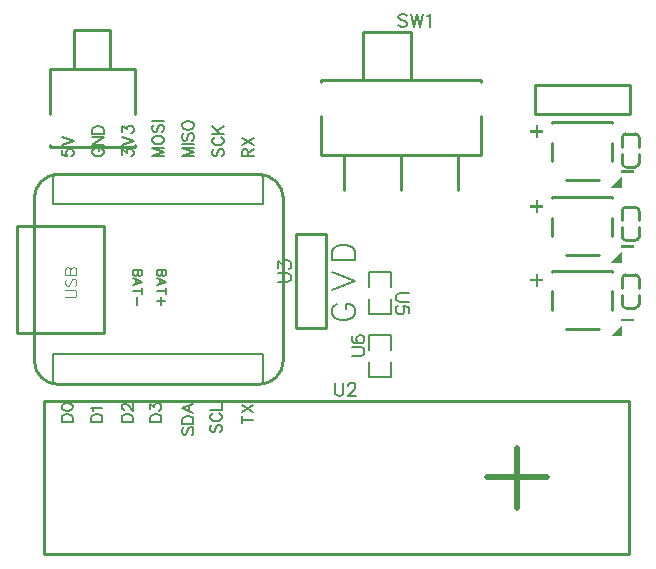
<source format=gto>
G04 Layer: TopSilkscreenLayer*
G04 EasyEDA v6.5.44, 2024-08-02 20:28:38*
G04 0ec6a3b83b7b46f2a54e004fb1c0c9c6,2d99afecd3cb4a319326ca3d9e85512b,10*
G04 Gerber Generator version 0.2*
G04 Scale: 100 percent, Rotated: No, Reflected: No *
G04 Dimensions in millimeters *
G04 leading zeros omitted , absolute positions ,4 integer and 5 decimal *
%FSLAX45Y45*%
%MOMM*%

%ADD10C,0.2032*%
%ADD11C,0.1524*%
%ADD12C,0.1219*%
%ADD13C,0.1500*%
%ADD14C,0.2540*%
%ADD15C,0.1270*%
%ADD16C,0.5000*%
%ADD17C,0.0174*%

%LPD*%
D10*
X3295650Y7275829D02*
G01*
X3277108Y7266686D01*
X3258565Y7248144D01*
X3249422Y7229855D01*
X3249422Y7192771D01*
X3258565Y7174229D01*
X3277108Y7155942D01*
X3295650Y7146544D01*
X3323336Y7137400D01*
X3369309Y7137400D01*
X3397250Y7146544D01*
X3415538Y7155942D01*
X3434079Y7174229D01*
X3443224Y7192771D01*
X3443224Y7229855D01*
X3434079Y7248144D01*
X3415538Y7266686D01*
X3397250Y7275829D01*
X3369309Y7275829D01*
X3369309Y7229855D02*
G01*
X3369309Y7275829D01*
X3249422Y7391400D02*
G01*
X3443224Y7465313D01*
X3249422Y7539228D02*
G01*
X3443224Y7465313D01*
X3249422Y7645400D02*
G01*
X3443224Y7645400D01*
X3249422Y7645400D02*
G01*
X3249422Y7710170D01*
X3258565Y7737855D01*
X3277108Y7756144D01*
X3295650Y7765542D01*
X3323336Y7774686D01*
X3369309Y7774686D01*
X3397250Y7765542D01*
X3415538Y7756144D01*
X3434079Y7737855D01*
X3443224Y7710170D01*
X3443224Y7645400D01*
D11*
X3899915Y7366000D02*
G01*
X3821938Y7366000D01*
X3806443Y7360920D01*
X3796029Y7350505D01*
X3790950Y7334758D01*
X3790950Y7324344D01*
X3796029Y7308850D01*
X3806443Y7298436D01*
X3821938Y7293355D01*
X3899915Y7293355D01*
X3899915Y7196581D02*
G01*
X3899915Y7248652D01*
X3853179Y7253731D01*
X3858259Y7248652D01*
X3863593Y7232904D01*
X3863593Y7217410D01*
X3858259Y7201915D01*
X3848100Y7191502D01*
X3832352Y7186168D01*
X3821938Y7186168D01*
X3806443Y7191502D01*
X3796029Y7201915D01*
X3790950Y7217410D01*
X3790950Y7232904D01*
X3796029Y7248652D01*
X3801109Y7253731D01*
X3811524Y7259065D01*
X3415284Y6832600D02*
G01*
X3493261Y6832600D01*
X3508756Y6837679D01*
X3519170Y6848094D01*
X3524250Y6863842D01*
X3524250Y6874255D01*
X3519170Y6889750D01*
X3508756Y6900163D01*
X3493261Y6905244D01*
X3415284Y6905244D01*
X3430777Y7002018D02*
G01*
X3420363Y6996684D01*
X3415284Y6981189D01*
X3415284Y6970776D01*
X3420363Y6955281D01*
X3436111Y6944868D01*
X3462020Y6939534D01*
X3487927Y6939534D01*
X3508756Y6944868D01*
X3519170Y6955281D01*
X3524250Y6970776D01*
X3524250Y6976110D01*
X3519170Y6991604D01*
X3508756Y7002018D01*
X3493261Y7007097D01*
X3487927Y7007097D01*
X3472434Y7002018D01*
X3462020Y6991604D01*
X3456940Y6976110D01*
X3456940Y6970776D01*
X3462020Y6955281D01*
X3472434Y6944868D01*
X3487927Y6939534D01*
X3885232Y9711926D02*
G01*
X3874818Y9722340D01*
X3859324Y9727420D01*
X3838496Y9727420D01*
X3823002Y9722340D01*
X3812588Y9711926D01*
X3812588Y9701512D01*
X3817668Y9691098D01*
X3823002Y9685764D01*
X3833416Y9680684D01*
X3864658Y9670270D01*
X3874818Y9665190D01*
X3880152Y9659856D01*
X3885232Y9649442D01*
X3885232Y9633948D01*
X3874818Y9623534D01*
X3859324Y9618454D01*
X3838496Y9618454D01*
X3823002Y9623534D01*
X3812588Y9633948D01*
X3919522Y9727420D02*
G01*
X3945684Y9618454D01*
X3971592Y9727420D02*
G01*
X3945684Y9618454D01*
X3971592Y9727420D02*
G01*
X3997500Y9618454D01*
X4023408Y9727420D02*
G01*
X3997500Y9618454D01*
X4057698Y9706592D02*
G01*
X4068112Y9711926D01*
X4083860Y9727420D01*
X4083860Y9618454D01*
D12*
X989584Y7327900D02*
G01*
X1058926Y7327900D01*
X1072895Y7332471D01*
X1082039Y7341870D01*
X1086612Y7355586D01*
X1086612Y7364729D01*
X1082039Y7378700D01*
X1072895Y7387844D01*
X1058926Y7392670D01*
X989584Y7392670D01*
X1003554Y7487665D02*
G01*
X994410Y7478521D01*
X989584Y7464552D01*
X989584Y7446010D01*
X994410Y7432294D01*
X1003554Y7423150D01*
X1012697Y7423150D01*
X1022095Y7427721D01*
X1026668Y7432294D01*
X1031239Y7441437D01*
X1040384Y7469123D01*
X1045210Y7478521D01*
X1049781Y7483094D01*
X1058926Y7487665D01*
X1072895Y7487665D01*
X1082039Y7478521D01*
X1086612Y7464552D01*
X1086612Y7446010D01*
X1082039Y7432294D01*
X1072895Y7423150D01*
X989584Y7518145D02*
G01*
X1086612Y7518145D01*
X989584Y7518145D02*
G01*
X989584Y7559802D01*
X994410Y7573518D01*
X998981Y7578089D01*
X1008126Y7582915D01*
X1017270Y7582915D01*
X1026668Y7578089D01*
X1031239Y7573518D01*
X1035812Y7559802D01*
X1035812Y7518145D02*
G01*
X1035812Y7559802D01*
X1040384Y7573518D01*
X1045210Y7578089D01*
X1054354Y7582915D01*
X1068070Y7582915D01*
X1077468Y7578089D01*
X1082039Y7573518D01*
X1086612Y7559802D01*
X1086612Y7518145D01*
D13*
X1993468Y6230203D02*
G01*
X1984324Y6221059D01*
X1980006Y6207343D01*
X1980006Y6189309D01*
X1984324Y6175593D01*
X1993468Y6166449D01*
X2002612Y6166449D01*
X2011756Y6171021D01*
X2016328Y6175593D01*
X2020900Y6184737D01*
X2029790Y6211915D01*
X2034362Y6221059D01*
X2038934Y6225631D01*
X2048078Y6230203D01*
X2061794Y6230203D01*
X2070684Y6221059D01*
X2075256Y6207343D01*
X2075256Y6189309D01*
X2070684Y6175593D01*
X2061794Y6166449D01*
X1980006Y6260175D02*
G01*
X2075256Y6260175D01*
X1980006Y6260175D02*
G01*
X1980006Y6291925D01*
X1984324Y6305641D01*
X1993468Y6314785D01*
X2002612Y6319103D01*
X2016328Y6323675D01*
X2038934Y6323675D01*
X2052650Y6319103D01*
X2061794Y6314785D01*
X2070684Y6305641D01*
X2075256Y6291925D01*
X2075256Y6260175D01*
X1980006Y6390223D02*
G01*
X2075256Y6353647D01*
X1980006Y6390223D02*
G01*
X2075256Y6426545D01*
X2043506Y6367363D02*
G01*
X2043506Y6412829D01*
X2233564Y6250015D02*
G01*
X2224420Y6241125D01*
X2219848Y6227409D01*
X2219848Y6209121D01*
X2224420Y6195659D01*
X2233564Y6186515D01*
X2242708Y6186515D01*
X2251598Y6191087D01*
X2256170Y6195659D01*
X2260742Y6204549D01*
X2269886Y6231981D01*
X2274458Y6241125D01*
X2279030Y6245697D01*
X2288174Y6250015D01*
X2301636Y6250015D01*
X2310780Y6241125D01*
X2315352Y6227409D01*
X2315352Y6209121D01*
X2310780Y6195659D01*
X2301636Y6186515D01*
X2242708Y6348313D02*
G01*
X2233564Y6343741D01*
X2224420Y6334597D01*
X2219848Y6325707D01*
X2219848Y6307419D01*
X2224420Y6298275D01*
X2233564Y6289131D01*
X2242708Y6284559D01*
X2256170Y6280241D01*
X2279030Y6280241D01*
X2292746Y6284559D01*
X2301636Y6289131D01*
X2310780Y6298275D01*
X2315352Y6307419D01*
X2315352Y6325707D01*
X2310780Y6334597D01*
X2301636Y6343741D01*
X2292746Y6348313D01*
X2219848Y6378285D02*
G01*
X2315352Y6378285D01*
X2315352Y6378285D02*
G01*
X2315352Y6432895D01*
X2489893Y6292910D02*
G01*
X2585349Y6292910D01*
X2489893Y6261092D02*
G01*
X2489893Y6324729D01*
X2489893Y6354729D02*
G01*
X2585349Y6418364D01*
X2489893Y6418364D02*
G01*
X2585349Y6354729D01*
X1709910Y6276449D02*
G01*
X1805414Y6276449D01*
X1709910Y6276449D02*
G01*
X1709910Y6308199D01*
X1714482Y6321915D01*
X1723626Y6331059D01*
X1732516Y6335631D01*
X1746232Y6340203D01*
X1769092Y6340203D01*
X1782554Y6335631D01*
X1791698Y6331059D01*
X1800842Y6321915D01*
X1805414Y6308199D01*
X1805414Y6276449D01*
X1709910Y6379319D02*
G01*
X1709910Y6429103D01*
X1746232Y6401925D01*
X1746232Y6415641D01*
X1750804Y6424785D01*
X1755376Y6429103D01*
X1769092Y6433675D01*
X1777982Y6433675D01*
X1791698Y6429103D01*
X1800842Y6420213D01*
X1805414Y6406497D01*
X1805414Y6392781D01*
X1800842Y6379319D01*
X1796270Y6374747D01*
X1787126Y6370175D01*
X1469895Y6276492D02*
G01*
X1565351Y6276492D01*
X1469895Y6276492D02*
G01*
X1469895Y6308310D01*
X1474442Y6321945D01*
X1483532Y6331038D01*
X1492623Y6335582D01*
X1506258Y6340129D01*
X1528986Y6340129D01*
X1542623Y6335582D01*
X1551713Y6331038D01*
X1560804Y6321945D01*
X1565351Y6308310D01*
X1565351Y6276492D01*
X1492623Y6374673D02*
G01*
X1488076Y6374673D01*
X1478986Y6379220D01*
X1474442Y6383764D01*
X1469895Y6392854D01*
X1469895Y6411038D01*
X1474442Y6420129D01*
X1478986Y6424673D01*
X1488076Y6429220D01*
X1497167Y6429220D01*
X1506258Y6424673D01*
X1519895Y6415582D01*
X1565351Y6370129D01*
X1565351Y6433764D01*
X959896Y6276492D02*
G01*
X1055352Y6276492D01*
X959896Y6276492D02*
G01*
X959896Y6308310D01*
X964443Y6321945D01*
X973533Y6331038D01*
X982624Y6335582D01*
X996259Y6340129D01*
X1018987Y6340129D01*
X1032624Y6335582D01*
X1041714Y6331038D01*
X1050805Y6321945D01*
X1055352Y6308310D01*
X1055352Y6276492D01*
X959896Y6397401D02*
G01*
X964443Y6383764D01*
X978077Y6374673D01*
X1000805Y6370129D01*
X1014442Y6370129D01*
X1037168Y6374673D01*
X1050805Y6383764D01*
X1055352Y6397401D01*
X1055352Y6406492D01*
X1050805Y6420129D01*
X1037168Y6429220D01*
X1014442Y6433764D01*
X1000805Y6433764D01*
X978077Y6429220D01*
X964443Y6420129D01*
X959896Y6406492D01*
X959896Y6397401D01*
X1209916Y6276573D02*
G01*
X1305420Y6276573D01*
X1209916Y6276573D02*
G01*
X1209916Y6308323D01*
X1214488Y6322039D01*
X1223632Y6330929D01*
X1232522Y6335501D01*
X1246238Y6340073D01*
X1269098Y6340073D01*
X1282560Y6335501D01*
X1291704Y6330929D01*
X1300848Y6322039D01*
X1305420Y6308323D01*
X1305420Y6276573D01*
X1228204Y6370045D02*
G01*
X1223632Y6379189D01*
X1209916Y6392905D01*
X1305420Y6392905D01*
X1981961Y8521700D02*
G01*
X2077465Y8521700D01*
X1981961Y8521700D02*
G01*
X2077465Y8558021D01*
X1981961Y8594344D02*
G01*
X2077465Y8558021D01*
X1981961Y8594344D02*
G01*
X2077465Y8594344D01*
X1981961Y8624315D02*
G01*
X2077465Y8624315D01*
X1995424Y8718042D02*
G01*
X1986534Y8708897D01*
X1981961Y8695436D01*
X1981961Y8677147D01*
X1986534Y8663431D01*
X1995424Y8654542D01*
X2004568Y8654542D01*
X2013711Y8658860D01*
X2018284Y8663431D01*
X2022856Y8672576D01*
X2032000Y8700008D01*
X2036318Y8708897D01*
X2040890Y8713470D01*
X2050034Y8718042D01*
X2063750Y8718042D01*
X2072893Y8708897D01*
X2077465Y8695436D01*
X2077465Y8677147D01*
X2072893Y8663431D01*
X2063750Y8654542D01*
X1981961Y8775445D02*
G01*
X1986534Y8766302D01*
X1995424Y8757158D01*
X2004568Y8752586D01*
X2018284Y8748013D01*
X2040890Y8748013D01*
X2054606Y8752586D01*
X2063750Y8757158D01*
X2072893Y8766302D01*
X2077465Y8775445D01*
X2077465Y8793479D01*
X2072893Y8802624D01*
X2063750Y8811768D01*
X2054606Y8816339D01*
X2040890Y8820912D01*
X2018284Y8820912D01*
X2004568Y8816339D01*
X1995424Y8811768D01*
X1986534Y8802624D01*
X1981961Y8793479D01*
X1981961Y8775445D01*
X2249424Y8585454D02*
G01*
X2240534Y8576310D01*
X2235961Y8562594D01*
X2235961Y8544305D01*
X2240534Y8530844D01*
X2249424Y8521700D01*
X2258568Y8521700D01*
X2267711Y8526271D01*
X2272284Y8530844D01*
X2276856Y8539987D01*
X2286000Y8567165D01*
X2290318Y8576310D01*
X2294890Y8580881D01*
X2304034Y8585454D01*
X2317750Y8585454D01*
X2326893Y8576310D01*
X2331465Y8562594D01*
X2331465Y8544305D01*
X2326893Y8530844D01*
X2317750Y8521700D01*
X2258568Y8683497D02*
G01*
X2249424Y8678926D01*
X2240534Y8669781D01*
X2235961Y8660892D01*
X2235961Y8642604D01*
X2240534Y8633460D01*
X2249424Y8624315D01*
X2258568Y8619997D01*
X2272284Y8615426D01*
X2294890Y8615426D01*
X2308606Y8619997D01*
X2317750Y8624315D01*
X2326893Y8633460D01*
X2331465Y8642604D01*
X2331465Y8660892D01*
X2326893Y8669781D01*
X2317750Y8678926D01*
X2308606Y8683497D01*
X2235961Y8713470D02*
G01*
X2331465Y8713470D01*
X2235961Y8777224D02*
G01*
X2299461Y8713470D01*
X2276856Y8736329D02*
G01*
X2331465Y8777224D01*
X2489961Y8521700D02*
G01*
X2585465Y8521700D01*
X2489961Y8521700D02*
G01*
X2489961Y8562594D01*
X2494534Y8576310D01*
X2499106Y8580881D01*
X2507995Y8585454D01*
X2517140Y8585454D01*
X2526284Y8580881D01*
X2530856Y8576310D01*
X2535427Y8562594D01*
X2535427Y8521700D01*
X2535427Y8553450D02*
G01*
X2585465Y8585454D01*
X2489961Y8615426D02*
G01*
X2585465Y8678926D01*
X2489961Y8678926D02*
G01*
X2585465Y8615426D01*
X1727962Y8521700D02*
G01*
X1823465Y8521700D01*
X1727962Y8521700D02*
G01*
X1823465Y8558021D01*
X1727962Y8594344D02*
G01*
X1823465Y8558021D01*
X1727962Y8594344D02*
G01*
X1823465Y8594344D01*
X1727962Y8651747D02*
G01*
X1732534Y8642604D01*
X1741423Y8633460D01*
X1750568Y8628887D01*
X1764284Y8624315D01*
X1786889Y8624315D01*
X1800605Y8628887D01*
X1809750Y8633460D01*
X1818894Y8642604D01*
X1823465Y8651747D01*
X1823465Y8669781D01*
X1818894Y8678926D01*
X1809750Y8688070D01*
X1800605Y8692642D01*
X1786889Y8697213D01*
X1764284Y8697213D01*
X1750568Y8692642D01*
X1741423Y8688070D01*
X1732534Y8678926D01*
X1727962Y8669781D01*
X1727962Y8651747D01*
X1741423Y8790686D02*
G01*
X1732534Y8781795D01*
X1727962Y8768079D01*
X1727962Y8749792D01*
X1732534Y8736329D01*
X1741423Y8727186D01*
X1750568Y8727186D01*
X1759712Y8731758D01*
X1764284Y8736329D01*
X1768855Y8745220D01*
X1778000Y8772652D01*
X1782318Y8781795D01*
X1786889Y8786368D01*
X1796034Y8790686D01*
X1809750Y8790686D01*
X1818894Y8781795D01*
X1823465Y8768079D01*
X1823465Y8749792D01*
X1818894Y8736329D01*
X1809750Y8727186D01*
X1727962Y8820912D02*
G01*
X1823465Y8820912D01*
X1473962Y8530844D02*
G01*
X1473962Y8580881D01*
X1510284Y8553450D01*
X1510284Y8567165D01*
X1514855Y8576310D01*
X1519428Y8580881D01*
X1532889Y8585454D01*
X1542034Y8585454D01*
X1555750Y8580881D01*
X1564894Y8571737D01*
X1569465Y8558021D01*
X1569465Y8544305D01*
X1564894Y8530844D01*
X1560321Y8526271D01*
X1551178Y8521700D01*
X1473962Y8615426D02*
G01*
X1569465Y8651747D01*
X1473962Y8688070D02*
G01*
X1569465Y8651747D01*
X1473962Y8727186D02*
G01*
X1473962Y8777224D01*
X1510284Y8749792D01*
X1510284Y8763508D01*
X1514855Y8772652D01*
X1519428Y8777224D01*
X1532889Y8781795D01*
X1542034Y8781795D01*
X1555750Y8777224D01*
X1564894Y8768079D01*
X1569465Y8754363D01*
X1569465Y8740902D01*
X1564894Y8727186D01*
X1560321Y8722613D01*
X1551178Y8718042D01*
X965962Y8576310D02*
G01*
X965962Y8530844D01*
X1006855Y8526271D01*
X1002284Y8530844D01*
X997712Y8544305D01*
X997712Y8558021D01*
X1002284Y8571737D01*
X1011428Y8580881D01*
X1024889Y8585454D01*
X1034034Y8585454D01*
X1047750Y8580881D01*
X1056894Y8571737D01*
X1061465Y8558021D01*
X1061465Y8544305D01*
X1056894Y8530844D01*
X1052321Y8526271D01*
X1043178Y8521700D01*
X965962Y8615426D02*
G01*
X1061465Y8651747D01*
X965962Y8688070D02*
G01*
X1061465Y8651747D01*
X1242568Y8589771D02*
G01*
X1233423Y8585454D01*
X1224534Y8576310D01*
X1219962Y8567165D01*
X1219962Y8548878D01*
X1224534Y8539987D01*
X1233423Y8530844D01*
X1242568Y8526271D01*
X1256284Y8521700D01*
X1278889Y8521700D01*
X1292605Y8526271D01*
X1301750Y8530844D01*
X1310894Y8539987D01*
X1315465Y8548878D01*
X1315465Y8567165D01*
X1310894Y8576310D01*
X1301750Y8585454D01*
X1292605Y8589771D01*
X1278889Y8589771D01*
X1278889Y8567165D02*
G01*
X1278889Y8589771D01*
X1219962Y8619997D02*
G01*
X1315465Y8619997D01*
X1219962Y8619997D02*
G01*
X1315465Y8683497D01*
X1219962Y8683497D02*
G01*
X1315465Y8683497D01*
X1219962Y8713470D02*
G01*
X1315465Y8713470D01*
X1219962Y8713470D02*
G01*
X1219962Y8745220D01*
X1224534Y8758936D01*
X1233423Y8768079D01*
X1242568Y8772652D01*
X1256284Y8777224D01*
X1278889Y8777224D01*
X1292605Y8772652D01*
X1301750Y8768079D01*
X1310894Y8758936D01*
X1315465Y8745220D01*
X1315465Y8713470D01*
X1641119Y7562977D02*
G01*
X1564665Y7562977D01*
X1641119Y7562977D02*
G01*
X1641119Y7530464D01*
X1637563Y7519543D01*
X1633753Y7515733D01*
X1626641Y7512177D01*
X1619275Y7512177D01*
X1611909Y7515733D01*
X1608353Y7519543D01*
X1604797Y7530464D01*
X1604797Y7562977D02*
G01*
X1604797Y7530464D01*
X1601241Y7519543D01*
X1597431Y7515733D01*
X1590319Y7512177D01*
X1579397Y7512177D01*
X1572031Y7515733D01*
X1568475Y7519543D01*
X1564665Y7530464D01*
X1564665Y7562977D01*
X1641119Y7459090D02*
G01*
X1564665Y7488301D01*
X1641119Y7459090D02*
G01*
X1564665Y7430135D01*
X1590319Y7477379D02*
G01*
X1590319Y7440803D01*
X1641119Y7380604D02*
G01*
X1564665Y7380604D01*
X1641119Y7406004D02*
G01*
X1641119Y7355204D01*
X1597431Y7331075D02*
G01*
X1597431Y7265543D01*
X1844294Y7562977D02*
G01*
X1767839Y7562977D01*
X1844294Y7562977D02*
G01*
X1844294Y7530464D01*
X1840737Y7519543D01*
X1836928Y7515733D01*
X1829815Y7512177D01*
X1822450Y7512177D01*
X1815337Y7515733D01*
X1811528Y7519543D01*
X1807971Y7530464D01*
X1807971Y7562977D02*
G01*
X1807971Y7530464D01*
X1804415Y7519543D01*
X1800605Y7515733D01*
X1793494Y7512177D01*
X1782571Y7512177D01*
X1775205Y7515733D01*
X1771650Y7519543D01*
X1767839Y7530464D01*
X1767839Y7562977D01*
X1844294Y7459090D02*
G01*
X1767839Y7488301D01*
X1844294Y7459090D02*
G01*
X1767839Y7430135D01*
X1793494Y7477379D02*
G01*
X1793494Y7440803D01*
X1844294Y7380604D02*
G01*
X1767839Y7380604D01*
X1844294Y7406004D02*
G01*
X1844294Y7355204D01*
X1833371Y7298309D02*
G01*
X1767839Y7298309D01*
X1800605Y7331075D02*
G01*
X1800605Y7265543D01*
D11*
X3274501Y6605015D02*
G01*
X3274501Y6527037D01*
X3279581Y6511544D01*
X3289995Y6501129D01*
X3305743Y6496050D01*
X3316157Y6496050D01*
X3331651Y6501129D01*
X3342065Y6511544D01*
X3347145Y6527037D01*
X3347145Y6605015D01*
X3386769Y6579108D02*
G01*
X3386769Y6584187D01*
X3391849Y6594602D01*
X3397183Y6599936D01*
X3407597Y6605015D01*
X3428171Y6605015D01*
X3438585Y6599936D01*
X3443919Y6594602D01*
X3448999Y6584187D01*
X3448999Y6573773D01*
X3443919Y6563360D01*
X3433505Y6547865D01*
X3381435Y6496050D01*
X3454333Y6496050D01*
X2794990Y7461250D02*
G01*
X2872968Y7461250D01*
X2888462Y7466329D01*
X2898876Y7476744D01*
X2903956Y7492492D01*
X2903956Y7502905D01*
X2898876Y7518400D01*
X2888462Y7528813D01*
X2872968Y7533894D01*
X2794990Y7533894D01*
X2794990Y7578597D02*
G01*
X2794990Y7635747D01*
X2836646Y7604760D01*
X2836646Y7620254D01*
X2841726Y7630668D01*
X2846806Y7635747D01*
X2862554Y7641081D01*
X2872968Y7641081D01*
X2888462Y7635747D01*
X2898876Y7625334D01*
X2903956Y7609839D01*
X2903956Y7594345D01*
X2898876Y7578597D01*
X2893796Y7573518D01*
X2883382Y7568184D01*
G36*
X5708497Y8353044D02*
G01*
X5615381Y8255203D01*
X5708497Y8255203D01*
G37*
G36*
X5694730Y8404910D02*
G01*
X5694730Y8384946D01*
X5804712Y8384946D01*
X5804712Y8404910D01*
G37*
G36*
X4930089Y8744000D02*
G01*
X4930089Y8724036D01*
X5040071Y8724036D01*
X5040071Y8744000D01*
G37*
G36*
X4976774Y8786672D02*
G01*
X4976774Y8676690D01*
X4996738Y8676690D01*
X4996738Y8786672D01*
G37*
G36*
X5708497Y7718044D02*
G01*
X5615381Y7620203D01*
X5708497Y7620203D01*
G37*
G36*
X5694730Y7769910D02*
G01*
X5694730Y7749946D01*
X5804712Y7749946D01*
X5804712Y7769910D01*
G37*
G36*
X4930089Y8109000D02*
G01*
X4930089Y8089036D01*
X5040071Y8089036D01*
X5040071Y8109000D01*
G37*
G36*
X4976774Y8151672D02*
G01*
X4976774Y8041690D01*
X4996738Y8041690D01*
X4996738Y8151672D01*
G37*
G36*
X5708497Y7095744D02*
G01*
X5615381Y6997903D01*
X5708497Y6997903D01*
G37*
G36*
X5694730Y7147610D02*
G01*
X5694730Y7127646D01*
X5804712Y7127646D01*
X5804712Y7147610D01*
G37*
G36*
X4930089Y7486700D02*
G01*
X4930089Y7466736D01*
X5040071Y7466736D01*
X5040071Y7486700D01*
G37*
G36*
X4976774Y7529372D02*
G01*
X4976774Y7419390D01*
X4996738Y7419390D01*
X4996738Y7529372D01*
G37*
X3565890Y7318380D02*
G01*
X3565890Y7189886D01*
X3749309Y7189886D01*
X3749309Y7318380D01*
X3565890Y7413619D02*
G01*
X3565890Y7542113D01*
X3749309Y7542113D01*
X3749309Y7413619D01*
X3749309Y6880219D02*
G01*
X3749309Y7008713D01*
X3565890Y7008713D01*
X3565890Y6880219D01*
X3749309Y6784980D02*
G01*
X3749309Y6656486D01*
X3565890Y6656486D01*
X3565890Y6784980D01*
D14*
X5818477Y8433498D02*
G01*
X5738474Y8433498D01*
X5849462Y8544473D02*
G01*
X5849462Y8464476D01*
X5707496Y8544473D02*
G01*
X5707496Y8464476D01*
X5850044Y8602063D02*
G01*
X5850044Y8682062D01*
X5819061Y8713045D02*
G01*
X5739063Y8713045D01*
X5708083Y8602063D02*
G01*
X5708083Y8682062D01*
X5818477Y7811198D02*
G01*
X5738474Y7811198D01*
X5849462Y7922173D02*
G01*
X5849462Y7842176D01*
X5707496Y7922173D02*
G01*
X5707496Y7842176D01*
X5850044Y7979763D02*
G01*
X5850044Y8059762D01*
X5819061Y8090745D02*
G01*
X5739063Y8090745D01*
X5708083Y7979763D02*
G01*
X5708083Y8059762D01*
X5818477Y7239698D02*
G01*
X5738474Y7239698D01*
X5849462Y7350673D02*
G01*
X5849462Y7270676D01*
X5707496Y7350673D02*
G01*
X5707496Y7270676D01*
X5850044Y7408263D02*
G01*
X5850044Y7488262D01*
X5819061Y7519245D02*
G01*
X5739063Y7519245D01*
X5708083Y7408263D02*
G01*
X5708083Y7488262D01*
X5112100Y8802913D02*
G01*
X5112100Y8809799D01*
X5112100Y8482914D02*
G01*
X5112100Y8636685D01*
X5508774Y8319800D02*
G01*
X5235425Y8319800D01*
X5622099Y8636685D02*
G01*
X5622099Y8482914D01*
X5122100Y8809799D02*
G01*
X5622099Y8809799D01*
X5622099Y8802913D01*
X5112100Y8167913D02*
G01*
X5112100Y8174799D01*
X5112100Y7847914D02*
G01*
X5112100Y8001685D01*
X5508774Y7684800D02*
G01*
X5235425Y7684800D01*
X5622099Y8001685D02*
G01*
X5622099Y7847914D01*
X5122100Y8174799D02*
G01*
X5622099Y8174799D01*
X5622099Y8167913D01*
X5112100Y7545613D02*
G01*
X5112100Y7552499D01*
X5112100Y7225614D02*
G01*
X5112100Y7379385D01*
X5508774Y7062500D02*
G01*
X5235425Y7062500D01*
X5622099Y7379385D02*
G01*
X5622099Y7225614D01*
X5122100Y7552499D02*
G01*
X5622099Y7552499D01*
X5622099Y7545613D01*
X3915389Y9574103D02*
G01*
X3515387Y9574103D01*
X3915389Y9574103D02*
G01*
X3915389Y9174109D01*
X3515387Y9574103D02*
G01*
X3515387Y9174109D01*
X4317997Y8236193D02*
G01*
X4317997Y8532604D01*
X3835397Y8236216D02*
G01*
X3835397Y8532604D01*
X3352797Y8236196D02*
G01*
X3352797Y8532604D01*
X4510397Y9168104D02*
G01*
X4510397Y9155879D01*
X3160397Y8860330D02*
G01*
X3160397Y8532604D01*
X4508497Y8532604D01*
X4508497Y8860213D01*
X3160397Y9168104D02*
G01*
X3160397Y9155879D01*
X4510397Y9168104D02*
G01*
X3160397Y9168104D01*
D15*
X889000Y6591300D02*
G01*
X889000Y6845300D01*
X2667000Y6845300D01*
X2667000Y6591300D01*
X889000Y6591300D01*
D14*
X728802Y8166100D02*
G01*
X728802Y6794500D01*
X2838958Y6794500D02*
G01*
X2838958Y8166100D01*
X932002Y6591300D02*
G01*
X2625597Y6591300D01*
X2625597Y8369300D02*
G01*
X932002Y8369300D01*
D15*
X2667000Y8369300D02*
G01*
X2667000Y8115300D01*
X889000Y8115300D01*
X889000Y8369300D01*
X2667000Y8369300D01*
D14*
X1320800Y7023100D02*
G01*
X584200Y7023100D01*
X584200Y7934375D01*
X1320800Y7934375D01*
X1320800Y7023100D01*
D16*
X4813955Y5544573D02*
G01*
X4813955Y6054570D01*
X4559297Y5803900D02*
G01*
X5069293Y5803900D01*
D14*
X812797Y5156200D02*
G01*
X812797Y6451600D01*
X5765797Y6451600D01*
X5765797Y5156200D01*
X812797Y5156200D01*
X2948406Y7067550D02*
G01*
X2948406Y7867548D01*
X3198418Y7867548D01*
X3198418Y7067550D01*
X2948406Y7067550D01*
X5772150Y8879306D02*
G01*
X4972151Y8879306D01*
X4972151Y9129318D01*
X5772150Y9129318D01*
X5772150Y8879306D01*
X1579196Y8604300D02*
G01*
X859200Y8604300D01*
X859294Y9264395D02*
G01*
X1579130Y9264395D01*
X1369212Y9589300D02*
G01*
X1069212Y9589300D01*
X1069212Y9589300D02*
G01*
X1069212Y9264299D01*
X1369212Y9589300D02*
G01*
X1369212Y9264299D01*
X1579196Y8604300D02*
G01*
X1579196Y8617562D01*
X1579196Y8883037D02*
G01*
X1579196Y9264395D01*
X859200Y8604300D02*
G01*
X859200Y8617562D01*
X859200Y8883037D02*
G01*
X859200Y9264395D01*
G75*
G01*
X5819061Y8713051D02*
G02*
X5850044Y8682068I0J-30983D01*
G75*
G01*
X5708078Y8682068D02*
G02*
X5739064Y8713051I30983J0D01*
G75*
G01*
X5849463Y8464481D02*
G02*
X5818477Y8433499I-30983J0D01*
G75*
G01*
X5738480Y8433499D02*
G02*
X5707497Y8464481I0J30982D01*
G75*
G01*
X5819061Y8090751D02*
G02*
X5850044Y8059768I0J-30983D01*
G75*
G01*
X5708078Y8059768D02*
G02*
X5739064Y8090751I30983J0D01*
G75*
G01*
X5849463Y7842181D02*
G02*
X5818477Y7811199I-30983J0D01*
G75*
G01*
X5738480Y7811199D02*
G02*
X5707497Y7842181I0J30982D01*
G75*
G01*
X5819061Y7519251D02*
G02*
X5850044Y7488268I0J-30983D01*
G75*
G01*
X5708078Y7488268D02*
G02*
X5739064Y7519251I30983J0D01*
G75*
G01*
X5849463Y7270681D02*
G02*
X5818477Y7239699I-30983J0D01*
G75*
G01*
X5738480Y7239699D02*
G02*
X5707497Y7270681I0J30982D01*
G75*
G01*
X932002Y8369300D02*
G03*
X728802Y8166100I0J-203200D01*
G75*
G01*
X728802Y6794500D02*
G03*
X932002Y6591300I203200J0D01*
G75*
G01*
X2838958Y8166100D02*
G03*
X2625598Y8369300I-208269J-5069D01*
G75*
G01*
X2625598Y6591300D02*
G03*
X2838958Y6794500I5091J208269D01*
M02*

</source>
